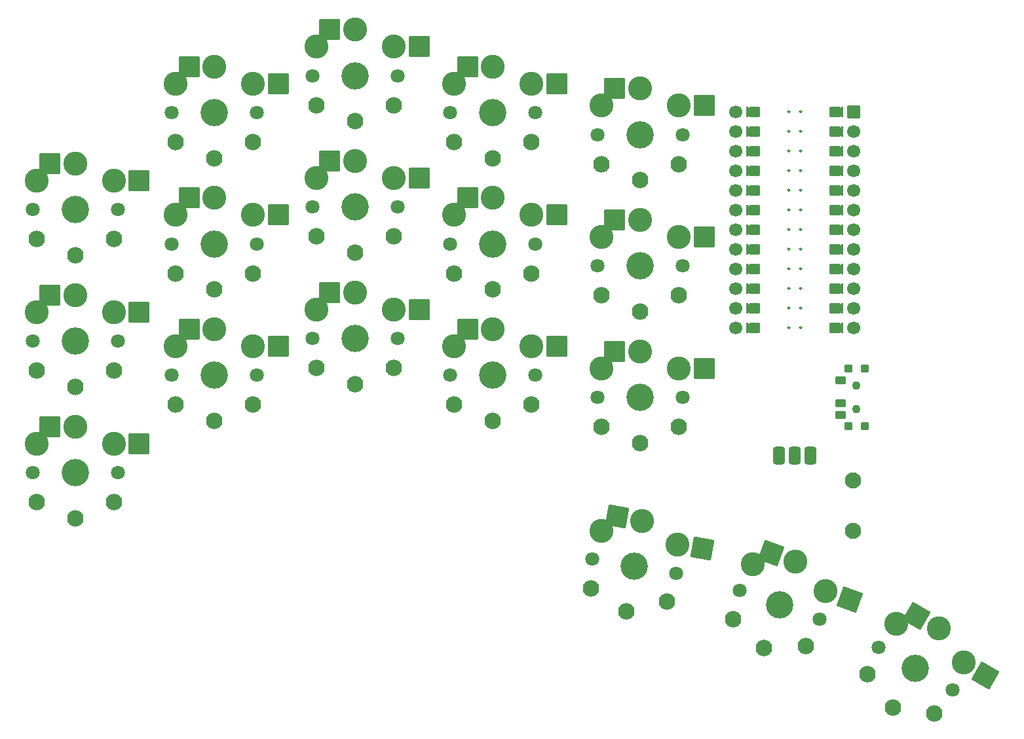
<source format=gbr>
%TF.GenerationSoftware,KiCad,Pcbnew,(6.0.7-1)-1*%
%TF.CreationDate,2022-10-05T14:36:59+03:00*%
%TF.ProjectId,board,626f6172-642e-46b6-9963-61645f706362,v1.0.0*%
%TF.SameCoordinates,Original*%
%TF.FileFunction,Soldermask,Bot*%
%TF.FilePolarity,Negative*%
%FSLAX46Y46*%
G04 Gerber Fmt 4.6, Leading zero omitted, Abs format (unit mm)*
G04 Created by KiCad (PCBNEW (6.0.7-1)-1) date 2022-10-05 14:36:59*
%MOMM*%
%LPD*%
G01*
G04 APERTURE LIST*
G04 Aperture macros list*
%AMRoundRect*
0 Rectangle with rounded corners*
0 $1 Rounding radius*
0 $2 $3 $4 $5 $6 $7 $8 $9 X,Y pos of 4 corners*
0 Add a 4 corners polygon primitive as box body*
4,1,4,$2,$3,$4,$5,$6,$7,$8,$9,$2,$3,0*
0 Add four circle primitives for the rounded corners*
1,1,$1+$1,$2,$3*
1,1,$1+$1,$4,$5*
1,1,$1+$1,$6,$7*
1,1,$1+$1,$8,$9*
0 Add four rect primitives between the rounded corners*
20,1,$1+$1,$2,$3,$4,$5,0*
20,1,$1+$1,$4,$5,$6,$7,0*
20,1,$1+$1,$6,$7,$8,$9,0*
20,1,$1+$1,$8,$9,$2,$3,0*%
%AMFreePoly0*
4,1,16,0.635355,1.035355,0.650000,1.000000,0.650000,-0.250000,0.635355,-0.285355,0.600000,-0.300000,-0.600000,-0.300000,-0.635355,-0.285355,-0.650000,-0.250000,-0.650000,1.000000,-0.635355,1.035355,-0.600000,1.050000,-0.564645,1.035355,0.000000,0.470710,0.564645,1.035355,0.600000,1.050000,0.635355,1.035355,0.635355,1.035355,$1*%
%AMFreePoly1*
4,1,14,0.635355,0.435355,0.650000,0.400000,0.650000,0.200000,0.635355,0.164645,0.035355,-0.435355,0.000000,-0.450000,-0.035355,-0.435355,-0.635355,0.164645,-0.650000,0.200000,-0.650000,0.400000,-0.635355,0.435355,-0.600000,0.450000,0.600000,0.450000,0.635355,0.435355,0.635355,0.435355,$1*%
G04 Aperture macros list end*
%ADD10C,0.250000*%
%ADD11C,0.100000*%
%ADD12C,3.529000*%
%ADD13C,1.801800*%
%ADD14C,3.100000*%
%ADD15RoundRect,0.050000X-1.300000X-1.300000X1.300000X-1.300000X1.300000X1.300000X-1.300000X1.300000X0*%
%ADD16C,2.132000*%
%ADD17RoundRect,0.050000X-1.505993X-1.054507X1.054507X-1.505993X1.505993X1.054507X-1.054507X1.505993X0*%
%ADD18RoundRect,0.050000X-1.666227X-0.776974X0.776974X-1.666227X1.666227X0.776974X-0.776974X1.666227X0*%
%ADD19RoundRect,0.050000X-1.775833X-0.475833X0.475833X-1.775833X1.775833X0.475833X-0.475833X1.775833X0*%
%ADD20C,1.700000*%
%ADD21RoundRect,0.050000X-0.800000X0.800000X-0.800000X-0.800000X0.800000X-0.800000X0.800000X0.800000X0*%
%ADD22FreePoly0,90.000000*%
%ADD23FreePoly1,90.000000*%
%ADD24FreePoly1,270.000000*%
%ADD25FreePoly0,270.000000*%
%ADD26C,1.100000*%
%ADD27RoundRect,0.050000X-0.625000X0.450000X-0.625000X-0.450000X0.625000X-0.450000X0.625000X0.450000X0*%
%ADD28RoundRect,0.050000X-0.450000X0.450000X-0.450000X-0.450000X0.450000X-0.450000X0.450000X0.450000X0*%
%ADD29RoundRect,0.425000X-0.375000X-0.750000X0.375000X-0.750000X0.375000X0.750000X-0.375000X0.750000X0*%
%ADD30C,2.100000*%
G04 APERTURE END LIST*
D10*
%TO.C,MCU1*%
X160363000Y68745500D02*
G75*
G03*
X160363000Y68745500I-125000J0D01*
G01*
X161887000Y68745500D02*
G75*
G03*
X161887000Y68745500I-125000J0D01*
G01*
X160363000Y71285500D02*
G75*
G03*
X160363000Y71285500I-125000J0D01*
G01*
X161887000Y71285500D02*
G75*
G03*
X161887000Y71285500I-125000J0D01*
G01*
X160363000Y73825500D02*
G75*
G03*
X160363000Y73825500I-125000J0D01*
G01*
X161887000Y73825500D02*
G75*
G03*
X161887000Y73825500I-125000J0D01*
G01*
X160363000Y76365500D02*
G75*
G03*
X160363000Y76365500I-125000J0D01*
G01*
X161887000Y76365500D02*
G75*
G03*
X161887000Y76365500I-125000J0D01*
G01*
X160363000Y78905500D02*
G75*
G03*
X160363000Y78905500I-125000J0D01*
G01*
X161887000Y78905500D02*
G75*
G03*
X161887000Y78905500I-125000J0D01*
G01*
X160363000Y81445500D02*
G75*
G03*
X160363000Y81445500I-125000J0D01*
G01*
X161887000Y81445500D02*
G75*
G03*
X161887000Y81445500I-125000J0D01*
G01*
X160363000Y83985500D02*
G75*
G03*
X160363000Y83985500I-125000J0D01*
G01*
X161887000Y83985500D02*
G75*
G03*
X161887000Y83985500I-125000J0D01*
G01*
X160363000Y86525500D02*
G75*
G03*
X160363000Y86525500I-125000J0D01*
G01*
X161887000Y86525500D02*
G75*
G03*
X161887000Y86525500I-125000J0D01*
G01*
X160363000Y89065500D02*
G75*
G03*
X160363000Y89065500I-125000J0D01*
G01*
X161887000Y89065500D02*
G75*
G03*
X161887000Y89065500I-125000J0D01*
G01*
X160363000Y91605500D02*
G75*
G03*
X160363000Y91605500I-125000J0D01*
G01*
X161887000Y91605500D02*
G75*
G03*
X161887000Y91605500I-125000J0D01*
G01*
X161887000Y94145500D02*
G75*
G03*
X161887000Y94145500I-125000J0D01*
G01*
X160363000Y94145500D02*
G75*
G03*
X160363000Y94145500I-125000J0D01*
G01*
X160363000Y96685500D02*
G75*
G03*
X160363000Y96685500I-125000J0D01*
G01*
X161887000Y96685500D02*
G75*
G03*
X161887000Y96685500I-125000J0D01*
G01*
G36*
X167096000Y68237500D02*
G01*
X166080000Y68237500D01*
X166080000Y69253500D01*
X167096000Y69253500D01*
X167096000Y68237500D01*
G37*
D11*
X167096000Y68237500D02*
X166080000Y68237500D01*
X166080000Y69253500D01*
X167096000Y69253500D01*
X167096000Y68237500D01*
G36*
X167096000Y70777500D02*
G01*
X166080000Y70777500D01*
X166080000Y71793500D01*
X167096000Y71793500D01*
X167096000Y70777500D01*
G37*
X167096000Y70777500D02*
X166080000Y70777500D01*
X166080000Y71793500D01*
X167096000Y71793500D01*
X167096000Y70777500D01*
G36*
X167096000Y73317500D02*
G01*
X166080000Y73317500D01*
X166080000Y74333500D01*
X167096000Y74333500D01*
X167096000Y73317500D01*
G37*
X167096000Y73317500D02*
X166080000Y73317500D01*
X166080000Y74333500D01*
X167096000Y74333500D01*
X167096000Y73317500D01*
G36*
X167096000Y75857500D02*
G01*
X166080000Y75857500D01*
X166080000Y76873500D01*
X167096000Y76873500D01*
X167096000Y75857500D01*
G37*
X167096000Y75857500D02*
X166080000Y75857500D01*
X166080000Y76873500D01*
X167096000Y76873500D01*
X167096000Y75857500D01*
G36*
X167096000Y78397500D02*
G01*
X166080000Y78397500D01*
X166080000Y79413500D01*
X167096000Y79413500D01*
X167096000Y78397500D01*
G37*
X167096000Y78397500D02*
X166080000Y78397500D01*
X166080000Y79413500D01*
X167096000Y79413500D01*
X167096000Y78397500D01*
G36*
X167096000Y80937500D02*
G01*
X166080000Y80937500D01*
X166080000Y81953500D01*
X167096000Y81953500D01*
X167096000Y80937500D01*
G37*
X167096000Y80937500D02*
X166080000Y80937500D01*
X166080000Y81953500D01*
X167096000Y81953500D01*
X167096000Y80937500D01*
G36*
X167096000Y83477500D02*
G01*
X166080000Y83477500D01*
X166080000Y84493500D01*
X167096000Y84493500D01*
X167096000Y83477500D01*
G37*
X167096000Y83477500D02*
X166080000Y83477500D01*
X166080000Y84493500D01*
X167096000Y84493500D01*
X167096000Y83477500D01*
G36*
X167096000Y86017500D02*
G01*
X166080000Y86017500D01*
X166080000Y87033500D01*
X167096000Y87033500D01*
X167096000Y86017500D01*
G37*
X167096000Y86017500D02*
X166080000Y86017500D01*
X166080000Y87033500D01*
X167096000Y87033500D01*
X167096000Y86017500D01*
G36*
X167096000Y88557500D02*
G01*
X166080000Y88557500D01*
X166080000Y89573500D01*
X167096000Y89573500D01*
X167096000Y88557500D01*
G37*
X167096000Y88557500D02*
X166080000Y88557500D01*
X166080000Y89573500D01*
X167096000Y89573500D01*
X167096000Y88557500D01*
G36*
X167096000Y91097500D02*
G01*
X166080000Y91097500D01*
X166080000Y92113500D01*
X167096000Y92113500D01*
X167096000Y91097500D01*
G37*
X167096000Y91097500D02*
X166080000Y91097500D01*
X166080000Y92113500D01*
X167096000Y92113500D01*
X167096000Y91097500D01*
G36*
X167096000Y93637500D02*
G01*
X166080000Y93637500D01*
X166080000Y94653500D01*
X167096000Y94653500D01*
X167096000Y93637500D01*
G37*
X167096000Y93637500D02*
X166080000Y93637500D01*
X166080000Y94653500D01*
X167096000Y94653500D01*
X167096000Y93637500D01*
G36*
X167096000Y96177500D02*
G01*
X166080000Y96177500D01*
X166080000Y97193500D01*
X167096000Y97193500D01*
X167096000Y96177500D01*
G37*
X167096000Y96177500D02*
X166080000Y96177500D01*
X166080000Y97193500D01*
X167096000Y97193500D01*
X167096000Y96177500D01*
G36*
X155920000Y68237500D02*
G01*
X154904000Y68237500D01*
X154904000Y69253500D01*
X155920000Y69253500D01*
X155920000Y68237500D01*
G37*
X155920000Y68237500D02*
X154904000Y68237500D01*
X154904000Y69253500D01*
X155920000Y69253500D01*
X155920000Y68237500D01*
G36*
X155920000Y70777500D02*
G01*
X154904000Y70777500D01*
X154904000Y71793500D01*
X155920000Y71793500D01*
X155920000Y70777500D01*
G37*
X155920000Y70777500D02*
X154904000Y70777500D01*
X154904000Y71793500D01*
X155920000Y71793500D01*
X155920000Y70777500D01*
G36*
X155920000Y73317500D02*
G01*
X154904000Y73317500D01*
X154904000Y74333500D01*
X155920000Y74333500D01*
X155920000Y73317500D01*
G37*
X155920000Y73317500D02*
X154904000Y73317500D01*
X154904000Y74333500D01*
X155920000Y74333500D01*
X155920000Y73317500D01*
G36*
X155920000Y75857500D02*
G01*
X154904000Y75857500D01*
X154904000Y76873500D01*
X155920000Y76873500D01*
X155920000Y75857500D01*
G37*
X155920000Y75857500D02*
X154904000Y75857500D01*
X154904000Y76873500D01*
X155920000Y76873500D01*
X155920000Y75857500D01*
G36*
X155920000Y78397500D02*
G01*
X154904000Y78397500D01*
X154904000Y79413500D01*
X155920000Y79413500D01*
X155920000Y78397500D01*
G37*
X155920000Y78397500D02*
X154904000Y78397500D01*
X154904000Y79413500D01*
X155920000Y79413500D01*
X155920000Y78397500D01*
G36*
X155920000Y80937500D02*
G01*
X154904000Y80937500D01*
X154904000Y81953500D01*
X155920000Y81953500D01*
X155920000Y80937500D01*
G37*
X155920000Y80937500D02*
X154904000Y80937500D01*
X154904000Y81953500D01*
X155920000Y81953500D01*
X155920000Y80937500D01*
G36*
X155920000Y83477500D02*
G01*
X154904000Y83477500D01*
X154904000Y84493500D01*
X155920000Y84493500D01*
X155920000Y83477500D01*
G37*
X155920000Y83477500D02*
X154904000Y83477500D01*
X154904000Y84493500D01*
X155920000Y84493500D01*
X155920000Y83477500D01*
G36*
X155920000Y86017500D02*
G01*
X154904000Y86017500D01*
X154904000Y87033500D01*
X155920000Y87033500D01*
X155920000Y86017500D01*
G37*
X155920000Y86017500D02*
X154904000Y86017500D01*
X154904000Y87033500D01*
X155920000Y87033500D01*
X155920000Y86017500D01*
G36*
X155920000Y88557500D02*
G01*
X154904000Y88557500D01*
X154904000Y89573500D01*
X155920000Y89573500D01*
X155920000Y88557500D01*
G37*
X155920000Y88557500D02*
X154904000Y88557500D01*
X154904000Y89573500D01*
X155920000Y89573500D01*
X155920000Y88557500D01*
G36*
X155920000Y91097500D02*
G01*
X154904000Y91097500D01*
X154904000Y92113500D01*
X155920000Y92113500D01*
X155920000Y91097500D01*
G37*
X155920000Y91097500D02*
X154904000Y91097500D01*
X154904000Y92113500D01*
X155920000Y92113500D01*
X155920000Y91097500D01*
G36*
X155920000Y93637500D02*
G01*
X154904000Y93637500D01*
X154904000Y94653500D01*
X155920000Y94653500D01*
X155920000Y93637500D01*
G37*
X155920000Y93637500D02*
X154904000Y93637500D01*
X154904000Y94653500D01*
X155920000Y94653500D01*
X155920000Y93637500D01*
G36*
X155920000Y96177500D02*
G01*
X154904000Y96177500D01*
X154904000Y97193500D01*
X155920000Y97193500D01*
X155920000Y96177500D01*
G37*
X155920000Y96177500D02*
X154904000Y96177500D01*
X154904000Y97193500D01*
X155920000Y97193500D01*
X155920000Y96177500D01*
%TD*%
D12*
%TO.C,S1*%
X68000000Y50000000D03*
D13*
X73500000Y50000000D03*
X62500000Y50000000D03*
D14*
X73000000Y53750000D03*
X68000000Y55950000D03*
D15*
X64725000Y55950000D03*
X76275000Y53750000D03*
D14*
X63000000Y53750000D03*
X68000000Y55950000D03*
%TD*%
D12*
%TO.C,S2*%
X68000000Y50000000D03*
D13*
X62500000Y50000000D03*
X73500000Y50000000D03*
D16*
X63000000Y46200000D03*
X68000000Y44100000D03*
X73000000Y46200000D03*
X68000000Y44100000D03*
%TD*%
D12*
%TO.C,S3*%
X68000000Y67000000D03*
D13*
X73500000Y67000000D03*
X62500000Y67000000D03*
D14*
X73000000Y70750000D03*
X68000000Y72950000D03*
D15*
X64725000Y72950000D03*
X76275000Y70750000D03*
D14*
X63000000Y70750000D03*
X68000000Y72950000D03*
%TD*%
D12*
%TO.C,S4*%
X68000000Y67000000D03*
D13*
X62500000Y67000000D03*
X73500000Y67000000D03*
D16*
X63000000Y63200000D03*
X68000000Y61100000D03*
X73000000Y63200000D03*
X68000000Y61100000D03*
%TD*%
D12*
%TO.C,S5*%
X68000000Y84000000D03*
D13*
X73500000Y84000000D03*
X62500000Y84000000D03*
D14*
X73000000Y87750000D03*
X68000000Y89950000D03*
D15*
X64725000Y89950000D03*
X76275000Y87750000D03*
D14*
X63000000Y87750000D03*
X68000000Y89950000D03*
%TD*%
D12*
%TO.C,S6*%
X68000000Y84000000D03*
D13*
X62500000Y84000000D03*
X73500000Y84000000D03*
D16*
X63000000Y80200000D03*
X68000000Y78100000D03*
X73000000Y80200000D03*
X68000000Y78100000D03*
%TD*%
D12*
%TO.C,S7*%
X86000000Y62573000D03*
D13*
X91500000Y62573000D03*
X80500000Y62573000D03*
D14*
X91000000Y66323000D03*
X86000000Y68523000D03*
D15*
X82725000Y68523000D03*
X94275000Y66323000D03*
D14*
X81000000Y66323000D03*
X86000000Y68523000D03*
%TD*%
D12*
%TO.C,S8*%
X86000000Y62573000D03*
D13*
X80500000Y62573000D03*
X91500000Y62573000D03*
D16*
X81000000Y58773000D03*
X86000000Y56673000D03*
X91000000Y58773000D03*
X86000000Y56673000D03*
%TD*%
D12*
%TO.C,S9*%
X86000000Y79573000D03*
D13*
X91500000Y79573000D03*
X80500000Y79573000D03*
D14*
X91000000Y83323000D03*
X86000000Y85523000D03*
D15*
X82725000Y85523000D03*
X94275000Y83323000D03*
D14*
X81000000Y83323000D03*
X86000000Y85523000D03*
%TD*%
D12*
%TO.C,S10*%
X86000000Y79573000D03*
D13*
X80500000Y79573000D03*
X91500000Y79573000D03*
D16*
X81000000Y75773000D03*
X86000000Y73673000D03*
X91000000Y75773000D03*
X86000000Y73673000D03*
%TD*%
D12*
%TO.C,S11*%
X86000000Y96573000D03*
D13*
X91500000Y96573000D03*
X80500000Y96573000D03*
D14*
X91000000Y100323000D03*
X86000000Y102523000D03*
D15*
X82725000Y102523000D03*
X94275000Y100323000D03*
D14*
X81000000Y100323000D03*
X86000000Y102523000D03*
%TD*%
D12*
%TO.C,S12*%
X86000000Y96573000D03*
D13*
X80500000Y96573000D03*
X91500000Y96573000D03*
D16*
X81000000Y92773000D03*
X86000000Y90673000D03*
X91000000Y92773000D03*
X86000000Y90673000D03*
%TD*%
D12*
%TO.C,S13*%
X104200000Y67335500D03*
D13*
X109700000Y67335500D03*
X98700000Y67335500D03*
D14*
X109200000Y71085500D03*
X104200000Y73285500D03*
D15*
X100925000Y73285500D03*
X112475000Y71085500D03*
D14*
X99200000Y71085500D03*
X104200000Y73285500D03*
%TD*%
D12*
%TO.C,S14*%
X104200000Y67335500D03*
D13*
X98700000Y67335500D03*
X109700000Y67335500D03*
D16*
X99200000Y63535500D03*
X104200000Y61435500D03*
X109200000Y63535500D03*
X104200000Y61435500D03*
%TD*%
D12*
%TO.C,S15*%
X104200000Y84335500D03*
D13*
X109700000Y84335500D03*
X98700000Y84335500D03*
D14*
X109200000Y88085500D03*
X104200000Y90285500D03*
D15*
X100925000Y90285500D03*
X112475000Y88085500D03*
D14*
X99200000Y88085500D03*
X104200000Y90285500D03*
%TD*%
D12*
%TO.C,S16*%
X104200000Y84335500D03*
D13*
X98700000Y84335500D03*
X109700000Y84335500D03*
D16*
X99200000Y80535500D03*
X104200000Y78435500D03*
X109200000Y80535500D03*
X104200000Y78435500D03*
%TD*%
D12*
%TO.C,S17*%
X104200000Y101335500D03*
D13*
X109700000Y101335500D03*
X98700000Y101335500D03*
D14*
X109200000Y105085500D03*
X104200000Y107285500D03*
D15*
X100925000Y107285500D03*
X112475000Y105085500D03*
D14*
X99200000Y105085500D03*
X104200000Y107285500D03*
%TD*%
D12*
%TO.C,S18*%
X104200000Y101335500D03*
D13*
X98700000Y101335500D03*
X109700000Y101335500D03*
D16*
X99200000Y97535500D03*
X104200000Y95435500D03*
X109200000Y97535500D03*
X104200000Y95435500D03*
%TD*%
D12*
%TO.C,S19*%
X122000000Y62573000D03*
D13*
X127500000Y62573000D03*
X116500000Y62573000D03*
D14*
X127000000Y66323000D03*
X122000000Y68523000D03*
D15*
X118725000Y68523000D03*
X130275000Y66323000D03*
D14*
X117000000Y66323000D03*
X122000000Y68523000D03*
%TD*%
D12*
%TO.C,S20*%
X122000000Y62573000D03*
D13*
X116500000Y62573000D03*
X127500000Y62573000D03*
D16*
X117000000Y58773000D03*
X122000000Y56673000D03*
X127000000Y58773000D03*
X122000000Y56673000D03*
%TD*%
D12*
%TO.C,S21*%
X122000000Y79573000D03*
D13*
X127500000Y79573000D03*
X116500000Y79573000D03*
D14*
X127000000Y83323000D03*
X122000000Y85523000D03*
D15*
X118725000Y85523000D03*
X130275000Y83323000D03*
D14*
X117000000Y83323000D03*
X122000000Y85523000D03*
%TD*%
D12*
%TO.C,S22*%
X122000000Y79573000D03*
D13*
X116500000Y79573000D03*
X127500000Y79573000D03*
D16*
X117000000Y75773000D03*
X122000000Y73673000D03*
X127000000Y75773000D03*
X122000000Y73673000D03*
%TD*%
D12*
%TO.C,S23*%
X122000000Y96573000D03*
D13*
X127500000Y96573000D03*
X116500000Y96573000D03*
D14*
X127000000Y100323000D03*
X122000000Y102523000D03*
D15*
X118725000Y102523000D03*
X130275000Y100323000D03*
D14*
X117000000Y100323000D03*
X122000000Y102523000D03*
%TD*%
D12*
%TO.C,S24*%
X122000000Y96573000D03*
D13*
X116500000Y96573000D03*
X127500000Y96573000D03*
D16*
X117000000Y92773000D03*
X122000000Y90673000D03*
X127000000Y92773000D03*
X122000000Y90673000D03*
%TD*%
D12*
%TO.C,S25*%
X141000000Y59715500D03*
D13*
X146500000Y59715500D03*
X135500000Y59715500D03*
D14*
X146000000Y63465500D03*
X141000000Y65665500D03*
D15*
X137725000Y65665500D03*
X149275000Y63465500D03*
D14*
X136000000Y63465500D03*
X141000000Y65665500D03*
%TD*%
D12*
%TO.C,S26*%
X141000000Y59715500D03*
D13*
X135500000Y59715500D03*
X146500000Y59715500D03*
D16*
X136000000Y55915500D03*
X141000000Y53815500D03*
X146000000Y55915500D03*
X141000000Y53815500D03*
%TD*%
D12*
%TO.C,S27*%
X141000000Y76715500D03*
D13*
X146500000Y76715500D03*
X135500000Y76715500D03*
D14*
X146000000Y80465500D03*
X141000000Y82665500D03*
D15*
X137725000Y82665500D03*
X149275000Y80465500D03*
D14*
X136000000Y80465500D03*
X141000000Y82665500D03*
%TD*%
D12*
%TO.C,S28*%
X141000000Y76715500D03*
D13*
X135500000Y76715500D03*
X146500000Y76715500D03*
D16*
X136000000Y72915500D03*
X141000000Y70815500D03*
X146000000Y72915500D03*
X141000000Y70815500D03*
%TD*%
D12*
%TO.C,S29*%
X141000000Y93715500D03*
D13*
X146500000Y93715500D03*
X135500000Y93715500D03*
D14*
X146000000Y97465500D03*
X141000000Y99665500D03*
D15*
X137725000Y99665500D03*
X149275000Y97465500D03*
D14*
X136000000Y97465500D03*
X141000000Y99665500D03*
%TD*%
D12*
%TO.C,S30*%
X141000000Y93715500D03*
D13*
X135500000Y93715500D03*
X146500000Y93715500D03*
D16*
X136000000Y89915500D03*
X141000000Y87815500D03*
X146000000Y89915500D03*
X141000000Y87815500D03*
%TD*%
D12*
%TO.C,S31*%
X140265819Y37897865D03*
D13*
X145682262Y36942800D03*
X134849376Y38852930D03*
D14*
X145841038Y40722653D03*
X141299026Y43757471D03*
D17*
X138073780Y44326169D03*
X149066284Y40153955D03*
D14*
X135992961Y42459135D03*
X141299026Y43757471D03*
%TD*%
D12*
%TO.C,S32*%
X140265819Y37897865D03*
D13*
X134849376Y38852930D03*
X145682262Y36942800D03*
D16*
X134681917Y35023836D03*
X139241295Y32087499D03*
X144529995Y33287355D03*
X139241295Y32087499D03*
%TD*%
D12*
%TO.C,S33*%
X159017484Y32873372D03*
D13*
X164185793Y30992261D03*
X153849175Y34754483D03*
D14*
X164998523Y34687119D03*
X161052504Y38464543D03*
D18*
X157975011Y39584659D03*
X168076016Y33567003D03*
D14*
X155601596Y38107320D03*
X161052504Y38464543D03*
%TD*%
D12*
%TO.C,S34*%
X159017484Y32873372D03*
D13*
X153849175Y34754483D03*
X164185793Y30992261D03*
D16*
X153019344Y31012641D03*
X156999565Y27329186D03*
X162416271Y27592439D03*
X156999565Y27329186D03*
%TD*%
D12*
%TO.C,S35*%
X176611775Y24669019D03*
D13*
X181374915Y21919019D03*
X171848635Y27419019D03*
D14*
X182816902Y25416614D03*
X179586775Y29821870D03*
D19*
X176750542Y31459370D03*
X185653135Y23779114D03*
D14*
X174156648Y30416614D03*
X179586775Y29821870D03*
%TD*%
D12*
%TO.C,S36*%
X176611775Y24669019D03*
D13*
X171848635Y27419019D03*
X181374915Y21919019D03*
D16*
X170381648Y23878122D03*
X173661775Y19559469D03*
X179041902Y18878122D03*
X173661775Y19559469D03*
%TD*%
D20*
%TO.C,MCU1*%
X153380000Y96685500D03*
X153380000Y94145500D03*
X153380000Y91605500D03*
X153380000Y89065500D03*
X153380000Y86525500D03*
X153380000Y83985500D03*
X153380000Y81445500D03*
X153380000Y78905500D03*
X153380000Y76365500D03*
X153380000Y73825500D03*
X153380000Y71285500D03*
X153380000Y68745500D03*
X168620000Y68745500D03*
X168620000Y71285500D03*
X168620000Y73825500D03*
X168620000Y76365500D03*
X168620000Y78905500D03*
X168620000Y81445500D03*
X168620000Y83985500D03*
X168620000Y86525500D03*
X168620000Y89065500D03*
X168620000Y91605500D03*
X168620000Y94145500D03*
X168620000Y96685500D03*
D21*
X168620000Y96685500D03*
D22*
X156174000Y96685500D03*
D23*
X155158000Y96685500D03*
X155158000Y94145500D03*
D22*
X156174000Y94145500D03*
D23*
X155158000Y91605500D03*
D22*
X156174000Y91605500D03*
D23*
X155158000Y89065500D03*
D22*
X156174000Y89065500D03*
D23*
X155158000Y86525500D03*
D22*
X156174000Y86525500D03*
D23*
X155158000Y83985500D03*
D22*
X156174000Y83985500D03*
D23*
X155158000Y81445500D03*
D22*
X156174000Y81445500D03*
D23*
X155158000Y78905500D03*
D22*
X156174000Y78905500D03*
D23*
X155158000Y76365500D03*
D22*
X156174000Y76365500D03*
D23*
X155158000Y73825500D03*
D22*
X156174000Y73825500D03*
D23*
X155158000Y71285500D03*
D22*
X156174000Y71285500D03*
D23*
X155158000Y68745500D03*
D22*
X156174000Y68745500D03*
D24*
X166842000Y96685500D03*
D25*
X165826000Y96685500D03*
X165826000Y94145500D03*
D24*
X166842000Y94145500D03*
D25*
X165826000Y91605500D03*
D24*
X166842000Y91605500D03*
D25*
X165826000Y89065500D03*
D24*
X166842000Y89065500D03*
D25*
X165826000Y86525500D03*
D24*
X166842000Y86525500D03*
D25*
X165826000Y83985500D03*
D24*
X166842000Y83985500D03*
D25*
X165826000Y81445500D03*
D24*
X166842000Y81445500D03*
D25*
X165826000Y78905500D03*
D24*
X166842000Y78905500D03*
D25*
X165826000Y76365500D03*
D24*
X166842000Y76365500D03*
D25*
X165826000Y73825500D03*
D24*
X166842000Y73825500D03*
D25*
X165826000Y71285500D03*
D24*
X166842000Y71285500D03*
D25*
X165826000Y68745500D03*
D24*
X166842000Y68745500D03*
%TD*%
D26*
%TO.C,T1*%
X169000000Y58215500D03*
X169000000Y61215500D03*
%TD*%
%TO.C,T2*%
X169000000Y58215500D03*
X169000000Y61215500D03*
D27*
X166925000Y61965500D03*
X166925000Y58965500D03*
X166925000Y57465500D03*
D28*
X170100000Y56015500D03*
X167900000Y56015500D03*
X167900000Y63415500D03*
X170100000Y63415500D03*
%TD*%
D29*
%TO.C,PAD1*%
X159000000Y52215500D03*
X161000000Y52215500D03*
X163000000Y52215500D03*
%TD*%
D30*
%TO.C,B1*%
X168500000Y48965500D03*
X168500000Y42465500D03*
%TD*%
M02*

</source>
